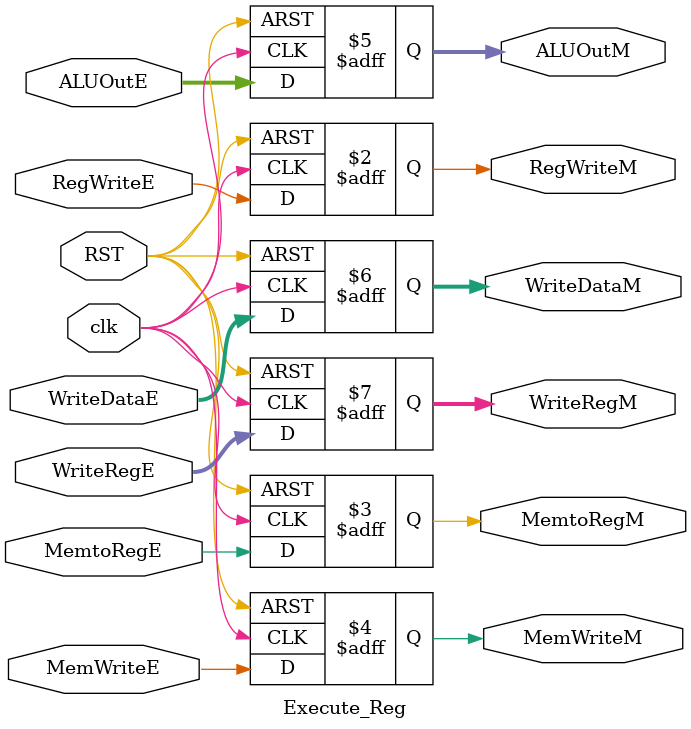
<source format=v>
module Execute_Reg (
    input clk, RST, RegWriteE, MemtoRegE, MemWriteE,
    input [31:0] ALUOutE, WriteDataE,
    input [4:0] WriteRegE,
    output reg RegWriteM, MemtoRegM, MemWriteM,
    output reg [31:0] ALUOutM, WriteDataM,
    output reg [4:0] WriteRegM
);
    always @(posedge clk or posedge RST) begin  // Fixed to active-high reset
        if (RST) begin
            RegWriteM <= 0; MemtoRegM <= 0; MemWriteM <= 0; ALUOutM <= 0; WriteDataM <= 0; WriteRegM <= 0;
        end
        else begin
            RegWriteM <= RegWriteE; MemtoRegM <= MemtoRegE; MemWriteM <= MemWriteE;
            ALUOutM <= ALUOutE; WriteDataM <= WriteDataE; WriteRegM <= WriteRegE;
        end
    end
endmodule

</source>
